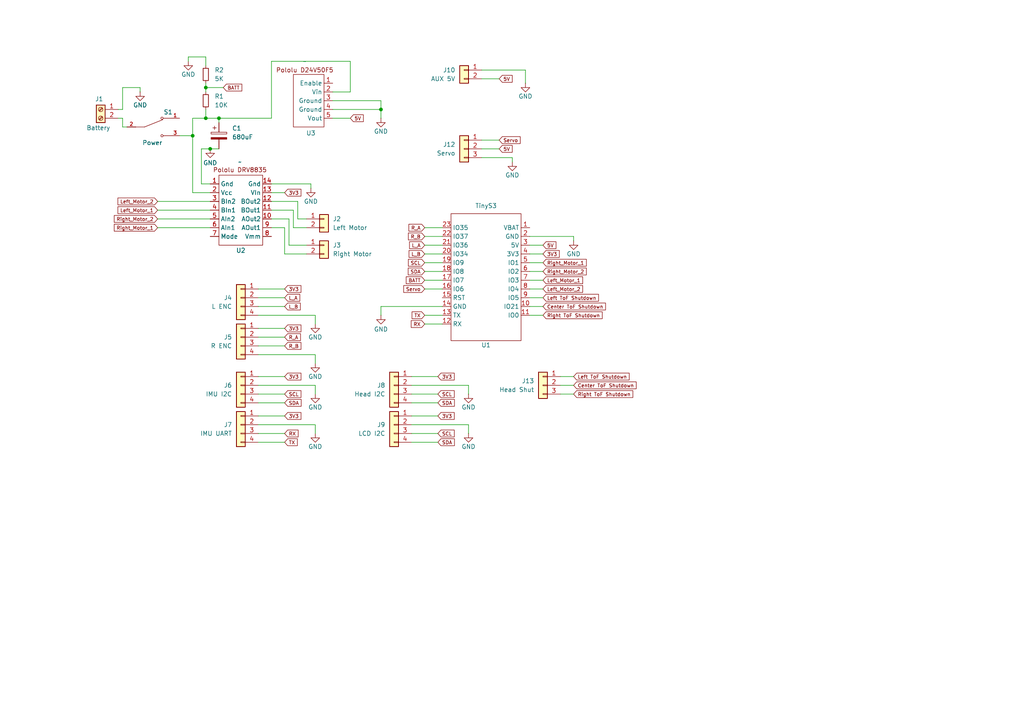
<source format=kicad_sch>
(kicad_sch (version 20231120) (generator "eeschema") (generator_version "8.0")
  (paper "A4")
  (lib_symbols
    (symbol "Connector:Screw_Terminal_01x02" (pin_names (offset 1.016) hide)
      (property "Reference" "J" (at 0 2.54 0))
      (property "Value" "Screw_Terminal_01x02" (at 0 -5.08 0))
      (symbol "Screw_Terminal_01x02_1_1"
        (rectangle (start -1.27 1.27) (end 1.27 -3.81) (stroke (width 0.254)) (fill (type background)))
        (circle (center 0 -2.54) (radius 0.635) (stroke (width 0.1524)))
        (polyline (pts (xy -0.5334 -2.2098) (xy 0.3302 -3.048)) (stroke (width 0.1524)))
        (polyline (pts (xy -0.5334 0.3302) (xy 0.3302 -0.508)) (stroke (width 0.1524)))
        (polyline (pts (xy -0.3556 -2.032) (xy 0.508 -2.8702)) (stroke (width 0.1524)))
        (polyline (pts (xy -0.3556 0.508) (xy 0.508 -0.3302)) (stroke (width 0.1524)))
        (circle (center 0 0) (radius 0.635) (stroke (width 0.1524)))
        (pin passive line (at -5.08 0 0) (length 3.81) (name "Pin_1") (number "1"))
        (pin passive line (at -5.08 -2.54 0) (length 3.81) (name "Pin_2") (number "2"))
      )
    )
    (symbol "Connector_Generic:Conn_01x02" (pin_names (offset 1.016) hide)
      (property "Reference" "J" (at 0 2.54 0))
      (property "Value" "Conn_01x02" (at 0 -5.08 0))
      (symbol "Conn_01x02_1_1"
        (rectangle (start -1.27 -2.413) (end 0 -2.667) (stroke (width 0.1524)))
        (rectangle (start -1.27 0.127) (end 0 -0.127) (stroke (width 0.1524)))
        (rectangle (start -1.27 1.27) (end 1.27 -3.81) (stroke (width 0.254)) (fill (type background)))
        (pin passive line (at -5.08 0 0) (length 3.81) (name "Pin_1") (number "1"))
        (pin passive line (at -5.08 -2.54 0) (length 3.81) (name "Pin_2") (number "2"))
      )
    )
    (symbol "Connector_Generic:Conn_01x03" (pin_names (offset 1.016) hide)
      (property "Reference" "J" (at 0 5.08 0))
      (property "Value" "Conn_01x03" (at 0 -5.08 0))
      (symbol "Conn_01x03_1_1"
        (rectangle (start -1.27 -2.413) (end 0 -2.667) (stroke (width 0.1524)))
        (rectangle (start -1.27 0.127) (end 0 -0.127) (stroke (width 0.1524)))
        (rectangle (start -1.27 2.667) (end 0 2.413) (stroke (width 0.1524)))
        (rectangle (start -1.27 3.81) (end 1.27 -3.81) (stroke (width 0.254)) (fill (type background)))
        (pin passive line (at -5.08 2.54 0) (length 3.81) (name "Pin_1") (number "1"))
        (pin passive line (at -5.08 0 0) (length 3.81) (name "Pin_2") (number "2"))
        (pin passive line (at -5.08 -2.54 0) (length 3.81) (name "Pin_3") (number "3"))
      )
    )
    (symbol "Connector_Generic:Conn_01x04" (pin_names (offset 1.016) hide)
      (property "Reference" "J" (at 0 5.08 0))
      (property "Value" "Conn_01x04" (at 0 -7.62 0))
      (symbol "Conn_01x04_1_1"
        (rectangle (start -1.27 -4.953) (end 0 -5.207) (stroke (width 0.1524)))
        (rectangle (start -1.27 -2.413) (end 0 -2.667) (stroke (width 0.1524)))
        (rectangle (start -1.27 0.127) (end 0 -0.127) (stroke (width 0.1524)))
        (rectangle (start -1.27 2.667) (end 0 2.413) (stroke (width 0.1524)))
        (rectangle (start -1.27 3.81) (end 1.27 -6.35) (stroke (width 0.254)) (fill (type background)))
        (pin passive line (at -5.08 2.54 0) (length 3.81) (name "Pin_1") (number "1"))
        (pin passive line (at -5.08 0 0) (length 3.81) (name "Pin_2") (number "2"))
        (pin passive line (at -5.08 -2.54 0) (length 3.81) (name "Pin_3") (number "3"))
        (pin passive line (at -5.08 -5.08 0) (length 3.81) (name "Pin_4") (number "4"))
      )
    )
    (symbol "Device:C_Polarized" (pin_numbers hide) (pin_names (offset 0.254))
      (property "Reference" "C" (at 0.635 2.54 0))
      (property "Value" "C_Polarized" (at 0.635 -2.54 0))
      (symbol "C_Polarized_0_1"
        (rectangle (start -2.286 0.508) (end 2.286 1.016))
        (polyline (pts (xy -1.778 2.286) (xy -0.762 2.286)))
        (polyline (pts (xy -1.27 2.794) (xy -1.27 1.778)))
        (rectangle (start 2.286 -0.508) (end -2.286 -1.016) (fill (type outline)))
      )
      (symbol "C_Polarized_1_1"
        (pin passive line (at 0 3.81 270) (length 2.794) (name "~") (number "1"))
        (pin passive line (at 0 -3.81 90) (length 2.794) (name "~") (number "2"))
      )
    )
    (symbol "Device:R_Small" (pin_numbers hide) (pin_names (offset 0.254) hide)
      (property "Reference" "R" (at 0.762 0.508 0))
      (property "Value" "R_Small" (at 0.762 -1.016 0))
      (symbol "R_Small_0_1"
        (rectangle (start -0.762 1.778) (end 0.762 -1.778) (stroke (width 0.2032)))
      )
      (symbol "R_Small_1_1"
        (pin passive line (at 0 2.54 270) (length 0.762) (name "~") (number "1"))
        (pin passive line (at 0 -2.54 90) (length 0.762) (name "~") (number "2"))
      )
    )
    (symbol "NormalParts:D24V50F5"
      (property "Reference" "U" (at -5.08 -8.89 0))
      (symbol "D24V50F5_0_1"
        (rectangle (start -8.89 7.62) (end 0 -7.62))
      )
      (symbol "D24V50F5_1_1"
        (text "Pololu D24V50F5" (at -5.588 8.89 0) (effects (font (size 1.27 1.27))))
        (pin input line (at 2.54 5.08 180) (length 2.54) (name "Enable") (number "1"))
        (pin power_in line (at 2.54 2.54 180) (length 2.54) (name "Vin") (number "2"))
        (pin power_in line (at 2.54 0 180) (length 2.54) (name "Ground") (number "3"))
        (pin power_in line (at 2.54 -2.54 180) (length 2.54) (name "Ground") (number "4"))
        (pin power_out line (at 2.54 -5.08 180) (length 2.54) (name "Vout") (number "5"))
      )
    )
    (symbol "NormalParts:DRV8835_Board"
      (property "Reference" "U" (at 0 -11.43 0))
      (symbol "DRV8835_Board_0_1"
        (rectangle (start -6.35 10.16) (end 6.35 -10.16))
      )
      (symbol "DRV8835_Board_1_1"
        (text "Pololu DRV8835" (at -0.254 11.684 0) (effects (font (size 1.27 1.27))))
        (pin power_in line (at -8.89 7.62 0) (length 2.54) (name "Gnd") (number "1"))
        (pin output line (at 8.89 -2.54 180) (length 2.54) (name "AOut2") (number "10"))
        (pin output line (at 8.89 0 180) (length 2.54) (name "BOut1") (number "11"))
        (pin output line (at 8.89 2.54 180) (length 2.54) (name "BOut2") (number "12"))
        (pin power_in line (at 8.89 5.08 180) (length 2.54) (name "VIn") (number "13"))
        (pin power_in line (at 8.89 7.62 180) (length 2.54) (name "Gnd") (number "14"))
        (pin power_in line (at -8.89 5.08 0) (length 2.54) (name "Vcc") (number "2"))
        (pin input line (at -8.89 2.54 0) (length 2.54) (name "BIn2") (number "3"))
        (pin input line (at -8.89 0 0) (length 2.54) (name "BIn1") (number "4"))
        (pin input line (at -8.89 -2.54 0) (length 2.54) (name "AIn2") (number "5"))
        (pin input line (at -8.89 -5.08 0) (length 2.54) (name "AIn1") (number "6"))
        (pin input line (at -8.89 -7.62 0) (length 2.54) (name "Mode") (number "7"))
        (pin power_out line (at 8.89 -7.62 180) (length 2.54) (name "Vmm") (number "8"))
        (pin output line (at 8.89 -5.08 180) (length 2.54) (name "AOut1") (number "9"))
      )
    )
    (symbol "NormalParts:Slide Switch 5A" (pin_names (offset 1.016))
      (property "Reference" "S" (at -2.54 5.08 0))
      (property "Value" "Slide Switch 5A" (at -2.54 -5.08 0))
      (symbol "Slide Switch 5A_0_0"
        (polyline (pts (xy -2.54 0) (xy -5.08 0)) (stroke (width 0.1524)))
        (polyline (pts (xy -2.54 0) (xy 2.794 2.1336)) (stroke (width 0.1524)))
        (polyline (pts (xy 5.08 -2.54) (xy 2.921 -2.54)) (stroke (width 0.1524)))
        (polyline (pts (xy 5.08 2.54) (xy 2.921 2.54)) (stroke (width 0.1524)))
        (circle (center 2.54 -2.54) (radius 0.3302) (stroke (width 0.1524)))
        (circle (center 2.54 2.54) (radius 0.3302) (stroke (width 0.1524)))
        (pin passive line (at 7.62 2.54 180) (length 2.54) (name "~") (number "1"))
        (pin passive line (at -7.62 0 0) (length 2.54) (name "~") (number "2"))
        (pin passive line (at 7.62 -2.54 180) (length 2.54) (name "~") (number "3"))
      )
    )
    (symbol "NormalParts:TinyS3_Symbol"
      (property "Reference" "U" (at -0.508 -20.32 0))
      (property "Value" "TinyS3_Symbol" (at -0.508 21.844 0))
      (symbol "TinyS3_Symbol_0_1"
        (rectangle (start -10.16 19.304) (end 10.16 -17.526) (stroke (width 0.1524)))
      )
      (symbol "TinyS3_Symbol_1_1"
        (pin power_in line (at 12.7 15.24 180) (length 2.54) (name "VBAT") (number "1"))
        (pin bidirectional line (at 12.7 -7.62 180) (length 2.54) (name "IO21") (number "10"))
        (pin bidirectional line (at 12.7 -10.16 180) (length 2.54) (name "IO0") (number "11"))
        (pin bidirectional line (at -12.7 -12.7 0) (length 2.54) (name "RX") (number "12"))
        (pin bidirectional line (at -12.7 -10.16 0) (length 2.54) (name "TX") (number "13"))
        (pin power_in line (at -12.7 -7.62 0) (length 2.54) (name "GND") (number "14"))
        (pin input line (at -12.7 -5.08 0) (length 2.54) (name "RST") (number "15"))
        (pin bidirectional line (at -12.7 -2.54 0) (length 2.54) (name "IO6") (number "16"))
        (pin bidirectional line (at -12.7 0 0) (length 2.54) (name "IO7") (number "17"))
        (pin bidirectional line (at -12.7 2.54 0) (length 2.54) (name "IO8") (number "18"))
        (pin bidirectional line (at -12.7 5.08 0) (length 2.54) (name "IO9") (number "19"))
        (pin power_in line (at 12.7 12.7 180) (length 2.54) (name "GND") (number "2"))
        (pin bidirectional line (at -12.7 7.62 0) (length 2.54) (name "IO34") (number "20"))
        (pin bidirectional line (at -12.7 10.16 0) (length 2.54) (name "IO36") (number "21"))
        (pin bidirectional line (at -12.7 12.7 0) (length 2.54) (name "IO37") (number "22"))
        (pin bidirectional line (at -12.7 15.24 0) (length 2.54) (name "IO35") (number "23"))
        (pin power_in line (at 12.7 10.16 180) (length 2.54) (name "5V") (number "3"))
        (pin power_in line (at 12.7 7.62 180) (length 2.54) (name "3V3") (number "4"))
        (pin bidirectional line (at 12.7 5.08 180) (length 2.54) (name "IO1") (number "5"))
        (pin bidirectional line (at 12.7 2.54 180) (length 2.54) (name "IO2") (number "6"))
        (pin bidirectional line (at 12.7 0 180) (length 2.54) (name "IO3") (number "7"))
        (pin bidirectional line (at 12.7 -2.54 180) (length 2.54) (name "IO4") (number "8"))
        (pin bidirectional line (at 12.7 -5.08 180) (length 2.54) (name "IO5") (number "9"))
      )
    )
    (symbol "power:GND" (power) (pin_numbers hide) (pin_names (offset 0) hide)
      (property "Value" "GND" (at 0 -3.81 0))
      (symbol "GND_0_1"
        (polyline (pts (xy 0 0) (xy 0 -1.27) (xy 1.27 -1.27) (xy 0 -2.54) (xy -1.27 -1.27) (xy 0 -1.27)))
      )
      (symbol "GND_1_1"
        (pin power_in line (at 0 0 270) (length 0) (name "~") (number "1"))
      )
    )
  )
  (junction (at 55.88 39.37))
  (junction (at 59.69 25.4))
  (junction (at 110.49 31.75))
  (junction (at 60.96 43.18))
  (junction (at 63.5 34.29))
  (junction (at 59.69 34.29))
  (wire (pts (xy 45.72 58.42) (xy 60.96 58.42)))
  (wire (pts (xy 74.93 116.84) (xy 82.55 116.84)))
  (wire (pts (xy 45.72 63.5) (xy 60.96 63.5)))
  (wire (pts (xy 153.67 71.12) (xy 157.48 71.12)))
  (wire (pts (xy 59.69 16.51) (xy 54.61 16.51)))
  (wire (pts (xy 135.89 111.76) (xy 135.89 114.3)))
  (wire (pts (xy 82.55 73.66) (xy 88.9 73.66)))
  (wire (pts (xy 162.56 114.3) (xy 166.37 114.3)))
  (wire (pts (xy 119.38 116.84) (xy 127 116.84)))
  (wire (pts (xy 139.7 43.18) (xy 144.78 43.18)))
  (wire (pts (xy 78.74 66.04) (xy 82.55 66.04)))
  (wire (pts (xy 123.19 93.98) (xy 128.27 93.98)))
  (wire (pts (xy 123.19 66.04) (xy 128.27 66.04)))
  (wire (pts (xy 153.67 76.2) (xy 157.48 76.2)))
  (wire (pts (xy 78.74 17.78) (xy 101.6 17.78)))
  (wire (pts (xy 45.72 60.96) (xy 60.96 60.96)))
  (wire (pts (xy 153.67 68.58) (xy 166.37 68.58)))
  (wire (pts (xy 52.07 39.37) (xy 55.88 39.37)))
  (wire (pts (xy 85.09 66.04) (xy 88.9 66.04)))
  (wire (pts (xy 153.67 83.82) (xy 157.48 83.82)))
  (wire (pts (xy 153.67 91.44) (xy 157.48 91.44)))
  (wire (pts (xy 78.74 63.5) (xy 83.82 63.5)))
  (wire (pts (xy 123.19 76.2) (xy 128.27 76.2)))
  (wire (pts (xy 78.74 55.88) (xy 82.55 55.88)))
  (wire (pts (xy 34.29 34.29) (xy 35.56 34.29)))
  (wire (pts (xy 59.69 34.29) (xy 63.5 34.29)))
  (wire (pts (xy 74.93 86.36) (xy 82.55 86.36)))
  (wire (pts (xy 55.88 39.37) (xy 55.88 55.88)))
  (wire (pts (xy 128.27 88.9) (xy 110.49 88.9)))
  (wire (pts (xy 74.93 123.19) (xy 91.44 123.19)))
  (wire (pts (xy 123.19 81.28) (xy 128.27 81.28)))
  (wire (pts (xy 85.09 60.96) (xy 85.09 66.04)))
  (wire (pts (xy 58.42 53.34) (xy 58.42 43.18)))
  (wire (pts (xy 74.93 128.27) (xy 82.55 128.27)))
  (wire (pts (xy 74.93 109.22) (xy 82.55 109.22)))
  (wire (pts (xy 139.7 40.64) (xy 144.78 40.64)))
  (wire (pts (xy 153.67 73.66) (xy 157.48 73.66)))
  (wire (pts (xy 35.56 25.4) (xy 40.64 25.4)))
  (wire (pts (xy 91.44 102.87) (xy 91.44 105.41)))
  (wire (pts (xy 162.56 111.76) (xy 166.37 111.76)))
  (wire (pts (xy 162.56 109.22) (xy 166.37 109.22)))
  (wire (pts (xy 91.44 123.19) (xy 91.44 125.73)))
  (wire (pts (xy 74.93 125.73) (xy 82.55 125.73)))
  (wire (pts (xy 135.89 123.19) (xy 135.89 125.73)))
  (wire (pts (xy 110.49 31.75) (xy 110.49 34.29)))
  (wire (pts (xy 35.56 36.83) (xy 36.83 36.83)))
  (wire (pts (xy 60.96 53.34) (xy 58.42 53.34)))
  (wire (pts (xy 86.36 63.5) (xy 88.9 63.5)))
  (wire (pts (xy 74.93 83.82) (xy 82.55 83.82)))
  (wire (pts (xy 74.93 91.44) (xy 91.44 91.44)))
  (wire (pts (xy 74.93 97.79) (xy 82.55 97.79)))
  (wire (pts (xy 74.93 88.9) (xy 82.55 88.9)))
  (wire (pts (xy 78.74 53.34) (xy 90.17 53.34)))
  (wire (pts (xy 153.67 88.9) (xy 157.48 88.9)))
  (wire (pts (xy 83.82 63.5) (xy 83.82 71.12)))
  (wire (pts (xy 119.38 114.3) (xy 127 114.3)))
  (wire (pts (xy 123.19 71.12) (xy 128.27 71.12)))
  (wire (pts (xy 119.38 125.73) (xy 127 125.73)))
  (wire (pts (xy 35.56 31.75) (xy 35.56 25.4)))
  (wire (pts (xy 152.4 20.32) (xy 152.4 24.13)))
  (wire (pts (xy 110.49 29.21) (xy 110.49 31.75)))
  (wire (pts (xy 101.6 17.78) (xy 101.6 26.67)))
  (wire (pts (xy 59.69 25.4) (xy 64.77 25.4)))
  (wire (pts (xy 148.59 45.72) (xy 148.59 46.99)))
  (wire (pts (xy 119.38 120.65) (xy 127 120.65)))
  (wire (pts (xy 139.7 20.32) (xy 152.4 20.32)))
  (wire (pts (xy 74.93 102.87) (xy 91.44 102.87)))
  (wire (pts (xy 119.38 109.22) (xy 127 109.22)))
  (wire (pts (xy 153.67 78.74) (xy 157.48 78.74)))
  (wire (pts (xy 55.88 34.29) (xy 55.88 39.37)))
  (wire (pts (xy 74.93 114.3) (xy 82.55 114.3)))
  (wire (pts (xy 82.55 66.04) (xy 82.55 73.66)))
  (wire (pts (xy 96.52 31.75) (xy 110.49 31.75)))
  (wire (pts (xy 55.88 55.88) (xy 60.96 55.88)))
  (wire (pts (xy 78.74 60.96) (xy 85.09 60.96)))
  (wire (pts (xy 139.7 45.72) (xy 148.59 45.72)))
  (wire (pts (xy 55.88 34.29) (xy 59.69 34.29)))
  (wire (pts (xy 74.93 111.76) (xy 91.44 111.76)))
  (wire (pts (xy 96.52 34.29) (xy 101.6 34.29)))
  (wire (pts (xy 58.42 43.18) (xy 60.96 43.18)))
  (wire (pts (xy 78.74 58.42) (xy 86.36 58.42)))
  (wire (pts (xy 54.61 16.51) (xy 54.61 17.78)))
  (wire (pts (xy 96.52 29.21) (xy 110.49 29.21)))
  (wire (pts (xy 35.56 34.29) (xy 35.56 36.83)))
  (wire (pts (xy 86.36 58.42) (xy 86.36 63.5)))
  (wire (pts (xy 45.72 66.04) (xy 60.96 66.04)))
  (wire (pts (xy 139.7 22.86) (xy 144.78 22.86)))
  (wire (pts (xy 59.69 31.75) (xy 59.69 34.29)))
  (wire (pts (xy 59.69 24.13) (xy 59.69 25.4)))
  (wire (pts (xy 123.19 91.44) (xy 128.27 91.44)))
  (wire (pts (xy 123.19 73.66) (xy 128.27 73.66)))
  (wire (pts (xy 123.19 68.58) (xy 128.27 68.58)))
  (wire (pts (xy 123.19 78.74) (xy 128.27 78.74)))
  (wire (pts (xy 74.93 120.65) (xy 82.55 120.65)))
  (wire (pts (xy 91.44 91.44) (xy 91.44 93.98)))
  (wire (pts (xy 59.69 19.05) (xy 59.69 16.51)))
  (wire (pts (xy 90.17 53.34) (xy 90.17 54.61)))
  (wire (pts (xy 119.38 123.19) (xy 135.89 123.19)))
  (wire (pts (xy 60.96 43.18) (xy 63.5 43.18)))
  (wire (pts (xy 91.44 111.76) (xy 91.44 114.3)))
  (wire (pts (xy 78.74 34.29) (xy 78.74 17.78)))
  (wire (pts (xy 63.5 34.29) (xy 78.74 34.29)))
  (wire (pts (xy 153.67 81.28) (xy 157.48 81.28)))
  (wire (pts (xy 40.64 25.4) (xy 40.64 26.67)))
  (wire (pts (xy 63.5 34.29) (xy 63.5 35.56)))
  (wire (pts (xy 166.37 68.58) (xy 166.37 69.85)))
  (wire (pts (xy 119.38 128.27) (xy 127 128.27)))
  (wire (pts (xy 74.93 100.33) (xy 82.55 100.33)))
  (wire (pts (xy 153.67 86.36) (xy 157.48 86.36)))
  (wire (pts (xy 123.19 83.82) (xy 128.27 83.82)))
  (wire (pts (xy 110.49 88.9) (xy 110.49 91.44)))
  (wire (pts (xy 34.29 31.75) (xy 35.56 31.75)))
  (wire (pts (xy 59.69 25.4) (xy 59.69 26.67)))
  (wire (pts (xy 83.82 71.12) (xy 88.9 71.12)))
  (wire (pts (xy 119.38 111.76) (xy 135.89 111.76)))
  (wire (pts (xy 74.93 95.25) (xy 82.55 95.25)))
  (wire (pts (xy 101.6 26.67) (xy 96.52 26.67)))
  (global_label "5V" (shape input) (at 144.78 43.18 0) (effects (font (size 1.016 1.016))) (property "Intersheetrefs" "${INTERSHEET_REFS}" (effects (hide yes))))
  (global_label "SCL" (shape input) (at 127 114.3 0) (effects (font (size 1.016 1.016))) (property "Intersheetrefs" "${INTERSHEET_REFS}" (effects (hide yes))))
  (global_label "Right ToF Shutdown" (shape input) (at 157.48 91.44 0) (effects (font (size 1.016 1.016))) (property "Intersheetrefs" "${INTERSHEET_REFS}" (effects (hide yes))))
  (global_label "RX" (shape input) (at 123.19 93.98 180) (effects (font (size 1.016 1.016))) (property "Intersheetrefs" "${INTERSHEET_REFS}" (effects (hide yes))))
  (global_label "R_A" (shape input) (at 123.19 66.04 180) (effects (font (size 1.016 1.016))) (property "Intersheetrefs" "${INTERSHEET_REFS}" (effects (hide yes))))
  (global_label "5V" (shape input) (at 157.48 71.12 0) (effects (font (size 1.016 1.016))) (property "Intersheetrefs" "${INTERSHEET_REFS}" (effects (hide yes))))
  (global_label "TX" (shape input) (at 82.55 128.27 0) (effects (font (size 1.016 1.016))) (property "Intersheetrefs" "${INTERSHEET_REFS}" (effects (hide yes))))
  (global_label "BATT" (shape input) (at 123.19 81.28 180) (effects (font (size 1.016 1.016))) (property "Intersheetrefs" "${INTERSHEET_REFS}" (effects (hide yes))))
  (global_label "3V3" (shape input) (at 82.55 83.82 0) (effects (font (size 1.016 1.016))) (property "Intersheetrefs" "${INTERSHEET_REFS}" (effects (hide yes))))
  (global_label "Left ToF Shutdown" (shape input) (at 157.48 86.36 0) (effects (font (size 1.016 1.016))) (property "Intersheetrefs" "${INTERSHEET_REFS}" (effects (hide yes))))
  (global_label "3V3" (shape input) (at 157.48 73.66 0) (effects (font (size 1.016 1.016))) (property "Intersheetrefs" "${INTERSHEET_REFS}" (effects (hide yes))))
  (global_label "SCL" (shape input) (at 82.55 114.3 0) (effects (font (size 1.016 1.016))) (property "Intersheetrefs" "${INTERSHEET_REFS}" (effects (hide yes))))
  (global_label "SCL" (shape input) (at 127 125.73 0) (effects (font (size 1.016 1.016))) (property "Intersheetrefs" "${INTERSHEET_REFS}" (effects (hide yes))))
  (global_label "R_B" (shape input) (at 82.55 100.33 0) (effects (font (size 1.016 1.016))) (property "Intersheetrefs" "${INTERSHEET_REFS}" (effects (hide yes))))
  (global_label "Right_Motor_2" (shape input) (at 157.48 78.74 0) (effects (font (size 1.016 1.016))) (property "Intersheetrefs" "${INTERSHEET_REFS}" (effects (hide yes))))
  (global_label "Center ToF Shutdown" (shape input) (at 166.37 111.76 0) (effects (font (size 1.016 1.016))) (property "Intersheetrefs" "${INTERSHEET_REFS}" (effects (hide yes))))
  (global_label "R_B" (shape input) (at 123.19 68.58 180) (effects (font (size 1.016 1.016))) (property "Intersheetrefs" "${INTERSHEET_REFS}" (effects (hide yes))))
  (global_label "5V" (shape input) (at 144.78 22.86 0) (effects (font (size 1.016 1.016))) (property "Intersheetrefs" "${INTERSHEET_REFS}" (effects (hide yes))))
  (global_label "Left_Motor_2" (shape input) (at 157.48 83.82 0) (effects (font (size 1.016 1.016))) (property "Intersheetrefs" "${INTERSHEET_REFS}" (effects (hide yes))))
  (global_label "SCL" (shape input) (at 123.19 76.2 180) (effects (font (size 1.016 1.016))) (property "Intersheetrefs" "${INTERSHEET_REFS}" (effects (hide yes))))
  (global_label "SDA" (shape input) (at 123.19 78.74 180) (effects (font (size 1.016 1.016))) (property "Intersheetrefs" "${INTERSHEET_REFS}" (effects (hide yes))))
  (global_label "Left_Motor_1" (shape input) (at 157.48 81.28 0) (effects (font (size 1.016 1.016))) (property "Intersheetrefs" "${INTERSHEET_REFS}" (effects (hide yes))))
  (global_label "Left_Motor_2" (shape input) (at 45.72 58.42 180) (effects (font (size 1.016 1.016))) (property "Intersheetrefs" "${INTERSHEET_REFS}" (effects (hide yes))))
  (global_label "3V3" (shape input) (at 127 109.22 0) (effects (font (size 1.016 1.016))) (property "Intersheetrefs" "${INTERSHEET_REFS}" (effects (hide yes))))
  (global_label "SDA" (shape input) (at 127 116.84 0) (effects (font (size 1.016 1.016))) (property "Intersheetrefs" "${INTERSHEET_REFS}" (effects (hide yes))))
  (global_label "Right_Motor_1" (shape input) (at 157.48 76.2 0) (effects (font (size 1.016 1.016))) (property "Intersheetrefs" "${INTERSHEET_REFS}" (effects (hide yes))))
  (global_label "RX" (shape input) (at 82.55 125.73 0) (effects (font (size 1.016 1.016))) (property "Intersheetrefs" "${INTERSHEET_REFS}" (effects (hide yes))))
  (global_label "Servo" (shape input) (at 123.19 83.82 180) (effects (font (size 1.016 1.016))) (property "Intersheetrefs" "${INTERSHEET_REFS}" (effects (hide yes))))
  (global_label "Left ToF Shutdown" (shape input) (at 166.37 109.22 0) (effects (font (size 1.016 1.016))) (property "Intersheetrefs" "${INTERSHEET_REFS}" (effects (hide yes))))
  (global_label "3V3" (shape input) (at 82.55 95.25 0) (effects (font (size 1.016 1.016))) (property "Intersheetrefs" "${INTERSHEET_REFS}" (effects (hide yes))))
  (global_label "Right_Motor_2" (shape input) (at 45.72 63.5 180) (effects (font (size 1.016 1.016))) (property "Intersheetrefs" "${INTERSHEET_REFS}" (effects (hide yes))))
  (global_label "3V3" (shape input) (at 82.55 55.88 0) (effects (font (size 1.016 1.016))) (property "Intersheetrefs" "${INTERSHEET_REFS}" (effects (hide yes))))
  (global_label "BATT" (shape input) (at 64.77 25.4 0) (effects (font (size 1.016 1.016))) (property "Intersheetrefs" "${INTERSHEET_REFS}" (effects (hide yes))))
  (global_label "5V" (shape input) (at 101.6 34.29 0) (effects (font (size 1.016 1.016))) (property "Intersheetrefs" "${INTERSHEET_REFS}" (effects (hide yes))))
  (global_label "3V3" (shape input) (at 127 120.65 0) (effects (font (size 1.016 1.016))) (property "Intersheetrefs" "${INTERSHEET_REFS}" (effects (hide yes))))
  (global_label "3V3" (shape input) (at 82.55 120.65 0) (effects (font (size 1.016 1.016))) (property "Intersheetrefs" "${INTERSHEET_REFS}" (effects (hide yes))))
  (global_label "SDA" (shape input) (at 127 128.27 0) (effects (font (size 1.016 1.016))) (property "Intersheetrefs" "${INTERSHEET_REFS}" (effects (hide yes))))
  (global_label "L_B" (shape input) (at 123.19 73.66 180) (effects (font (size 1.016 1.016))) (property "Intersheetrefs" "${INTERSHEET_REFS}" (effects (hide yes))))
  (global_label "L_B" (shape input) (at 82.55 88.9 0) (effects (font (size 1.016 1.016))) (property "Intersheetrefs" "${INTERSHEET_REFS}" (effects (hide yes))))
  (global_label "Center ToF Shutdown" (shape input) (at 157.48 88.9 0) (effects (font (size 1.016 1.016))) (property "Intersheetrefs" "${INTERSHEET_REFS}" (effects (hide yes))))
  (global_label "R_A" (shape input) (at 82.55 97.79 0) (effects (font (size 1.016 1.016))) (property "Intersheetrefs" "${INTERSHEET_REFS}" (effects (hide yes))))
  (global_label "SDA" (shape input) (at 82.55 116.84 0) (effects (font (size 1.016 1.016))) (property "Intersheetrefs" "${INTERSHEET_REFS}" (effects (hide yes))))
  (global_label "Right ToF Shutdown" (shape input) (at 166.37 114.3 0) (effects (font (size 1.016 1.016))) (property "Intersheetrefs" "${INTERSHEET_REFS}" (effects (hide yes))))
  (global_label "3V3" (shape input) (at 82.55 109.22 0) (effects (font (size 1.016 1.016))) (property "Intersheetrefs" "${INTERSHEET_REFS}" (effects (hide yes))))
  (global_label "L_A" (shape input) (at 123.19 71.12 180) (effects (font (size 1.016 1.016))) (property "Intersheetrefs" "${INTERSHEET_REFS}" (effects (hide yes))))
  (global_label "Left_Motor_1" (shape input) (at 45.72 60.96 180) (effects (font (size 1.016 1.016))) (property "Intersheetrefs" "${INTERSHEET_REFS}" (effects (hide yes))))
  (global_label "TX" (shape input) (at 123.19 91.44 180) (effects (font (size 1.016 1.016))) (property "Intersheetrefs" "${INTERSHEET_REFS}" (effects (hide yes))))
  (global_label "L_A" (shape input) (at 82.55 86.36 0) (effects (font (size 1.016 1.016))) (property "Intersheetrefs" "${INTERSHEET_REFS}" (effects (hide yes))))
  (global_label "Servo" (shape input) (at 144.78 40.64 0) (effects (font (size 1.016 1.016))) (property "Intersheetrefs" "${INTERSHEET_REFS}" (effects (hide yes))))
  (global_label "Right_Motor_1" (shape input) (at 45.72 66.04 180) (effects (font (size 1.016 1.016))) (property "Intersheetrefs" "${INTERSHEET_REFS}" (effects (hide yes))))
  (symbol (lib_id "NormalParts:DRV8835_Board") (at 69.85 60.96 0) (unit 1)
    (property "Reference" "U2" (at 69.85 72.644 0))
    (property "Value" "~" (at 69.596 46.99 0))
    (property "Footprint" "Package_DIP:DIP-14_W7.62mm_LongPads" (effects (hide yes)))
  )
  (symbol (lib_id "power:GND") (at 40.64 26.67 0) (unit 1)
    (property "Reference" "#PWR01" (effects (hide yes)))
    (property "Value" "GND" (at 40.64 30.48 0))
    (property "Description" "Power symbol creates a global label with name \"GND\" , ground" (effects (hide yes)))
  )
  (symbol (lib_id "Connector_Generic:Conn_01x04") (at 69.85 111.76 0) (mirror y) (unit 1)
    (property "Reference" "J6" (at 67.31 111.7599 0) (effects (justify left)))
    (property "Value" "IMU I2C" (at 67.31 114.2999 0) (effects (justify left)))
    (property "Footprint" "Connector_Hirose:Hirose_DF13-04P-1.25DSA_1x04_P1.25mm_Vertical" (effects (hide yes)))
    (property "Description" "Generic connector, single row, 01x04, script generated (kicad-library-utils/schlib/autogen/connector/)" (effects (hide yes)))
  )
  (symbol (lib_id "power:GND") (at 91.44 114.3 0) (unit 1)
    (property "Reference" "#PWR010" (effects (hide yes)))
    (property "Value" "GND" (at 91.44 118.11 0))
    (property "Description" "Power symbol creates a global label with name \"GND\" , ground" (effects (hide yes)))
  )
  (symbol (lib_id "Device:C_Polarized") (at 63.5 39.37 0) (unit 1)
    (property "Reference" "C1" (at 67.31 37.2109 0) (effects (justify left)))
    (property "Value" "680uF" (at 67.31 39.7509 0) (effects (justify left)))
    (property "Footprint" "Capacitor_THT:CP_Radial_D8.0mm_P3.50mm" (effects (hide yes)))
    (property "Description" "Polarized capacitor" (effects (hide yes)))
  )
  (symbol (lib_id "Device:R_Small") (at 59.69 29.21 0) (unit 1)
    (property "Reference" "R1" (at 62.23 27.9399 0) (effects (justify left)))
    (property "Value" "10K" (at 62.23 30.4799 0) (effects (justify left)))
    (property "Footprint" "Resistor_SMD:R_0603_1608Metric" (effects (hide yes)))
    (property "Description" "Resistor, small symbol" (effects (hide yes)))
  )
  (symbol (lib_id "NormalParts:Slide Switch 5A") (at 44.45 36.83 0) (unit 1)
    (property "Reference" "S1" (at 48.768 32.512 0))
    (property "Value" "Power" (at 44.196 41.402 0))
    (property "Footprint" "NormalParts:Slide Switch 5A" (effects (hide yes)))
    (property "PARTREV" "D" (effects (hide yes)))
    (property "SNAPEDA_PN" "500SSP1S1M6QEA" (effects (hide yes)))
    (property "STANDARD" "Manufacturer Recommendations" (effects (hide yes)))
    (property "MAXIMUM_PACKAGE_HEIGHT" "6.6 mm" (effects (hide yes)))
    (property "MANUFACTURER" "E-Switch" (effects (hide yes)))
  )
  (symbol (lib_id "NormalParts:TinyS3_Symbol") (at 140.97 81.28 0) (unit 1)
    (property "Reference" "U1" (at 140.97 100.076 0))
    (property "Value" "TinyS3" (at 140.97 59.69 0))
    (property "Footprint" "NormalParts:TinyS3" (effects (hide yes)))
  )
  (symbol (lib_id "Connector_Generic:Conn_01x04") (at 69.85 86.36 0) (mirror y) (unit 1)
    (property "Reference" "J4" (at 67.31 86.3599 0) (effects (justify left)))
    (property "Value" "L ENC" (at 67.31 88.8999 0) (effects (justify left)))
    (property "Footprint" "Connector_Hirose:Hirose_DF13-04P-1.25DSA_1x04_P1.25mm_Vertical" (effects (hide yes)))
    (property "Description" "Generic connector, single row, 01x04, script generated (kicad-library-utils/schlib/autogen/connector/)" (effects (hide yes)))
  )
  (symbol (lib_id "Connector_Generic:Conn_01x04") (at 114.3 123.19 0) (mirror y) (unit 1)
    (property "Reference" "J9" (at 111.76 123.1899 0) (effects (justify left)))
    (property "Value" "LCD I2C" (at 111.76 125.7299 0) (effects (justify left)))
    (property "Footprint" "Connector_PinSocket_2.54mm:PinSocket_1x04_P2.54mm_Horizontal" (effects (hide yes)))
    (property "Description" "Generic connector, single row, 01x04, script generated (kicad-library-utils/schlib/autogen/connector/)" (effects (hide yes)))
  )
  (symbol (lib_id "power:GND") (at 91.44 93.98 0) (unit 1)
    (property "Reference" "#PWR013" (effects (hide yes)))
    (property "Value" "GND" (at 91.44 97.79 0))
    (property "Description" "Power symbol creates a global label with name \"GND\" , ground" (effects (hide yes)))
  )
  (symbol (lib_id "Connector_Generic:Conn_01x02") (at 134.62 20.32 0) (mirror y) (unit 1)
    (property "Reference" "J10" (at 132.08 20.3199 0) (effects (justify left)))
    (property "Value" "AUX 5V" (at 132.08 22.8599 0) (effects (justify left)))
    (property "Footprint" "Connector_Molex:Molex_SPOX_5267-02A_1x02_P2.50mm_Vertical" (effects (hide yes)))
    (property "Description" "Generic connector, single row, 01x02, script generated (kicad-library-utils/schlib/autogen/connector/)" (effects (hide yes)))
  )
  (symbol (lib_id "Connector:Screw_Terminal_01x02") (at 29.21 31.75 0) (mirror y) (unit 1)
    (property "Reference" "J1" (at 29.972 28.702 0) (effects (justify left)))
    (property "Value" "Battery" (at 32.004 37.084 0) (effects (justify left)))
    (property "Footprint" "Connector_Molex:Molex_SPOX_5267-02A_1x02_P2.50mm_Vertical" (effects (hide yes)))
    (property "Description" "Generic screw terminal, single row, 01x02, script generated (kicad-library-utils/schlib/autogen/connector/)" (effects (hide yes)))
  )
  (symbol (lib_id "Connector_Generic:Conn_01x04") (at 69.85 97.79 0) (mirror y) (unit 1)
    (property "Reference" "J5" (at 67.31 97.7899 0) (effects (justify left)))
    (property "Value" "R ENC" (at 67.31 100.3299 0) (effects (justify left)))
    (property "Footprint" "Connector_Hirose:Hirose_DF13-04P-1.25DSA_1x04_P1.25mm_Vertical" (effects (hide yes)))
    (property "Description" "Generic connector, single row, 01x04, script generated (kicad-library-utils/schlib/autogen/connector/)" (effects (hide yes)))
  )
  (symbol (lib_id "power:GND") (at 54.61 17.78 0) (unit 1)
    (property "Reference" "#PWR015" (effects (hide yes)))
    (property "Value" "GND" (at 54.61 21.59 0))
    (property "Description" "Power symbol creates a global label with name \"GND\" , ground" (effects (hide yes)))
  )
  (symbol (lib_id "power:GND") (at 110.49 34.29 0) (unit 1)
    (property "Reference" "#PWR02" (effects (hide yes)))
    (property "Value" "GND" (at 110.49 38.1 0))
    (property "Description" "Power symbol creates a global label with name \"GND\" , ground" (effects (hide yes)))
  )
  (symbol (lib_id "power:GND") (at 91.44 105.41 0) (unit 1)
    (property "Reference" "#PWR012" (effects (hide yes)))
    (property "Value" "GND" (at 91.44 109.22 0))
    (property "Description" "Power symbol creates a global label with name \"GND\" , ground" (effects (hide yes)))
  )
  (symbol (lib_id "power:GND") (at 148.59 46.99 0) (unit 1)
    (property "Reference" "#PWR014" (effects (hide yes)))
    (property "Value" "GND" (at 148.59 50.8 0))
    (property "Description" "Power symbol creates a global label with name \"GND\" , ground" (effects (hide yes)))
  )
  (symbol (lib_id "Connector_Generic:Conn_01x04") (at 114.3 111.76 0) (mirror y) (unit 1)
    (property "Reference" "J8" (at 111.76 111.7599 0) (effects (justify left)))
    (property "Value" "Head I2C" (at 111.76 114.2999 0) (effects (justify left)))
    (property "Footprint" "Connector_Hirose:Hirose_DF13-04P-1.25DSA_1x04_P1.25mm_Vertical" (effects (hide yes)))
    (property "Description" "Generic connector, single row, 01x04, script generated (kicad-library-utils/schlib/autogen/connector/)" (effects (hide yes)))
  )
  (symbol (lib_id "power:GND") (at 152.4 24.13 0) (unit 1)
    (property "Reference" "#PWR07" (effects (hide yes)))
    (property "Value" "GND" (at 152.4 27.94 0))
    (property "Description" "Power symbol creates a global label with name \"GND\" , ground" (effects (hide yes)))
  )
  (symbol (lib_id "power:GND") (at 90.17 54.61 0) (unit 1)
    (property "Reference" "#PWR05" (effects (hide yes)))
    (property "Value" "GND" (at 90.17 58.42 0))
    (property "Description" "Power symbol creates a global label with name \"GND\" , ground" (effects (hide yes)))
  )
  (symbol (lib_id "power:GND") (at 166.37 69.85 0) (unit 1)
    (property "Reference" "#PWR03" (effects (hide yes)))
    (property "Value" "GND" (at 166.37 73.66 0))
    (property "Description" "Power symbol creates a global label with name \"GND\" , ground" (effects (hide yes)))
  )
  (symbol (lib_id "Connector_Generic:Conn_01x02") (at 93.98 71.12 0) (unit 1)
    (property "Reference" "J3" (at 96.52 71.1199 0) (effects (justify left)))
    (property "Value" "Right Motor" (at 96.52 73.6599 0) (effects (justify left)))
    (property "Footprint" "Connector_Molex:Molex_SPOX_5267-02A_1x02_P2.50mm_Vertical" (effects (hide yes)))
    (property "Description" "Generic connector, single row, 01x02, script generated (kicad-library-utils/schlib/autogen/connector/)" (effects (hide yes)))
  )
  (symbol (lib_id "NormalParts:D24V50F5") (at 93.98 29.21 0) (unit 1)
    (property "Reference" "U3" (at 90.17 38.608 0))
    (property "Value" "~" (at 88.392 17.78 0))
    (property "Footprint" "Connector_PinHeader_2.54mm:PinHeader_1x05_P2.54mm_Vertical" (effects (hide yes)))
  )
  (symbol (lib_id "Device:R_Small") (at 59.69 21.59 0) (unit 1)
    (property "Reference" "R2" (at 62.23 20.3199 0) (effects (justify left)))
    (property "Value" "5K" (at 62.23 22.8599 0) (effects (justify left)))
    (property "Footprint" "Resistor_SMD:R_0603_1608Metric" (effects (hide yes)))
    (property "Description" "Resistor, small symbol" (effects (hide yes)))
  )
  (symbol (lib_id "power:GND") (at 135.89 125.73 0) (unit 1)
    (property "Reference" "#PWR08" (effects (hide yes)))
    (property "Value" "GND" (at 135.89 129.54 0))
    (property "Description" "Power symbol creates a global label with name \"GND\" , ground" (effects (hide yes)))
  )
  (symbol (lib_id "Connector_Generic:Conn_01x03") (at 157.48 111.76 0) (mirror y) (unit 1)
    (property "Reference" "J13" (at 154.94 110.4899 0) (effects (justify left)))
    (property "Value" "Head Shut" (at 154.94 113.0299 0) (effects (justify left)))
    (property "Footprint" "Connector_Hirose:Hirose_DF13-03P-1.25DSA_1x03_P1.25mm_Vertical" (effects (hide yes)))
    (property "Description" "Generic connector, single row, 01x03, script generated (kicad-library-utils/schlib/autogen/connector/)" (effects (hide yes)))
  )
  (symbol (lib_id "power:GND") (at 135.89 114.3 0) (unit 1)
    (property "Reference" "#PWR09" (effects (hide yes)))
    (property "Value" "GND" (at 135.89 118.11 0))
    (property "Description" "Power symbol creates a global label with name \"GND\" , ground" (effects (hide yes)))
  )
  (symbol (lib_id "power:GND") (at 60.96 43.18 0) (unit 1)
    (property "Reference" "#PWR06" (effects (hide yes)))
    (property "Value" "GND" (at 60.96 47.244 0))
    (property "Description" "Power symbol creates a global label with name \"GND\" , ground" (effects (hide yes)))
  )
  (symbol (lib_id "power:GND") (at 91.44 125.73 0) (unit 1)
    (property "Reference" "#PWR011" (effects (hide yes)))
    (property "Value" "GND" (at 91.44 129.54 0))
    (property "Description" "Power symbol creates a global label with name \"GND\" , ground" (effects (hide yes)))
  )
  (symbol (lib_id "Connector_Generic:Conn_01x02") (at 93.98 63.5 0) (unit 1)
    (property "Reference" "J2" (at 96.52 63.4999 0) (effects (justify left)))
    (property "Value" "Left Motor" (at 96.52 66.0399 0) (effects (justify left)))
    (property "Footprint" "Connector_Molex:Molex_SPOX_5267-02A_1x02_P2.50mm_Vertical" (effects (hide yes)))
    (property "Description" "Generic connector, single row, 01x02, script generated (kicad-library-utils/schlib/autogen/connector/)" (effects (hide yes)))
  )
  (symbol (lib_id "Connector_Generic:Conn_01x03") (at 134.62 43.18 0) (mirror y) (unit 1)
    (property "Reference" "J12" (at 132.08 41.9099 0) (effects (justify left)))
    (property "Value" "Servo" (at 132.08 44.4499 0) (effects (justify left)))
    (property "Footprint" "Connector_PinHeader_2.54mm:PinHeader_1x03_P2.54mm_Vertical" (effects (hide yes)))
    (property "Description" "Generic connector, single row, 01x03, script generated (kicad-library-utils/schlib/autogen/connector/)" (effects (hide yes)))
  )
  (symbol (lib_id "power:GND") (at 110.49 91.44 0) (unit 1)
    (property "Reference" "#PWR04" (effects (hide yes)))
    (property "Value" "GND" (at 110.49 95.504 0))
    (property "Description" "Power symbol creates a global label with name \"GND\" , ground" (effects (hide yes)))
  )
  (symbol (lib_id "Connector_Generic:Conn_01x04") (at 69.85 123.19 0) (mirror y) (unit 1)
    (property "Reference" "J7" (at 67.31 123.1899 0) (effects (justify left)))
    (property "Value" "IMU UART" (at 67.31 125.7299 0) (effects (justify left)))
    (property "Footprint" "Connector_Hirose:Hirose_DF13-04P-1.25DSA_1x04_P1.25mm_Vertical" (effects (hide yes)))
    (property "Description" "Generic connector, single row, 01x04, script generated (kicad-library-utils/schlib/autogen/connector/)" (effects (hide yes)))
  )
)
</source>
